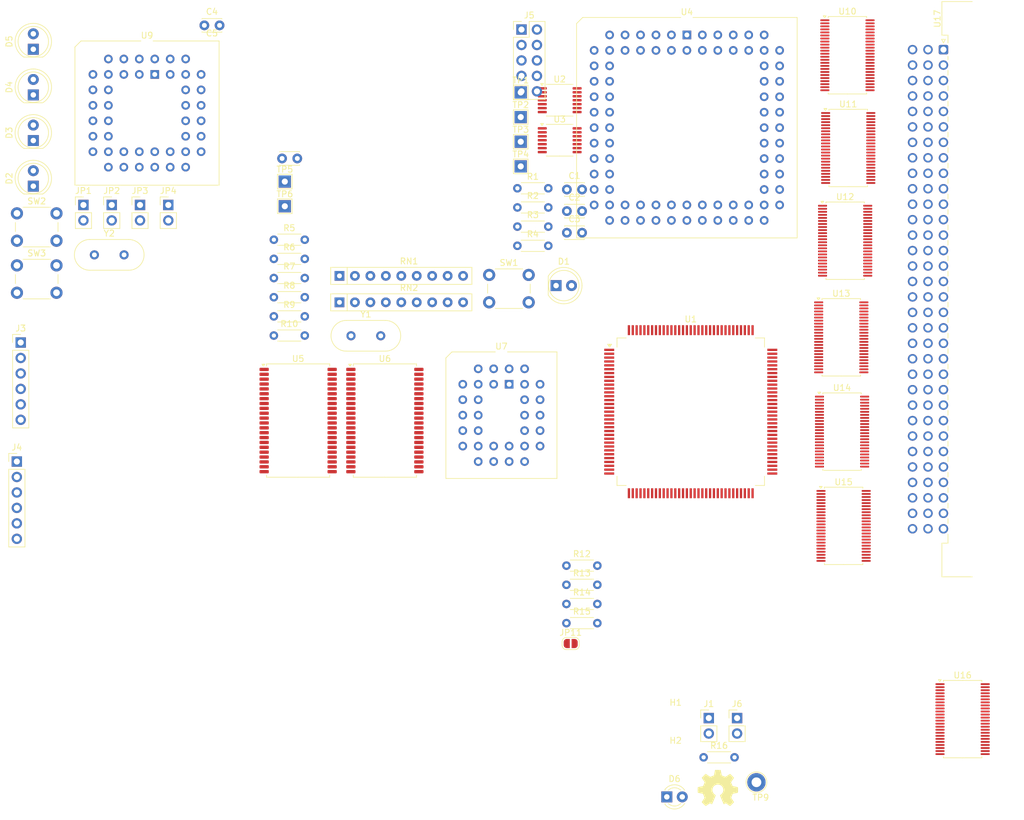
<source format=kicad_pcb>
(kicad_pcb (version 20240108) (generator "pcbnew") (generator_version "8.0")
  (layers (0 "F.Cu" signal) (31 "B.Cu" signal) (34 "B.Paste" user) (35 "F.Paste" user) (36 "B.SilkS" user "B.Silkscreen") (37 "F.SilkS" user "F.Silkscreen") (38 "B.Mask" user) (39 "F.Mask" user) (44 "Edge.Cuts" user))
  (net 0 "")
  (net 1 "Net-(C1-Pad1)")
  (net 2 "GND")
  (net 3 "Net-(C2-Pad1)")
  (net 4 "Net-(C3-Pad1)")
  (net 5 "Net-(U9-X1{slash}CLK)")
  (net 6 "Net-(U9-X2)")
  (net 7 "~{HALT}")
  (net 8 "Net-(D1-K)")
  (net 9 "Net-(D2-A)")
  (net 10 "Net-(D2-K)")
  (net 11 "Net-(D3-K)")
  (net 12 "Net-(D3-A)")
  (net 13 "Net-(D4-K)")
  (net 14 "Net-(D4-A)")
  (net 15 "Net-(D5-A)")
  (net 16 "Net-(D5-K)")
  (net 17 "Net-(D6-A)")
  (net 18 "+5V")
  (net 19 "Net-(J3-Pin_4)")
  (net 20 "Net-(J3-Pin_3)")
  (net 21 "Net-(J3-Pin_2)")
  (net 22 "Net-(J3-Pin_1)")
  (net 23 "Net-(J3-Pin_5)")
  (net 24 "Net-(J4-Pin_5)")
  (net 25 "Net-(J4-Pin_3)")
  (net 26 "Net-(J4-Pin_4)")
  (net 27 "Net-(J4-Pin_2)")
  (net 28 "Net-(J4-Pin_1)")
  (net 29 "TCK")
  (net 31 "TDO")
  (net 33 "Net-(J5-Pin_4)")
  (net 34 "TDI")
  (net 36 "TMS")
  (net 37 "~{SIRQ}")
  (net 38 "~{IPL1}")
  (net 39 "~{SIACK}")
  (net 40 "~{IACK}")
  (net 41 "Net-(U9-IP3)")
  (net 42 "Net-(U9-IP2)")
  (net 43 "STATUSLED")
  (net 44 "~{AVEC}")
  (net 45 "~{BR}")
  (net 46 "~{BGACK}")
  (net 47 "~{DSACK-EXT}")
  (net 48 "~{BERR}")
  (net 49 "~{MMUDIS}")
  (net 50 "~{RESET}")
  (net 51 "~{CDIS}")
  (net 52 "Net-(RN2-R7)")
  (net 53 "Net-(RN2-R6)")
  (net 54 "~{IPL2}")
  (net 55 "Net-(RN2-R8)")
  (net 56 "~{DSACK1}")
  (net 57 "~{IPL0}")
  (net 58 "~{DSACK0}")
  (net 59 "Net-(U1-IPEND)")
  (net 60 "Net-(U1-RMC)")
  (net 61 "Net-(U1-REFILL)")
  (net 62 "Net-(U1-STATUS)")
  (net 63 "LD30")
  (net 64 "LA13")
  (net 65 "LA3")
  (net 67 "LA27")
  (net 68 "LA30")
  (net 69 "LA15")
  (net 71 "LA25")
  (net 72 "LA24")
  (net 73 "FC1")
  (net 74 "LD7")
  (net 75 "LD29")
  (net 76 "LD4")
  (net 77 "LA31")
  (net 78 "CLK")
  (net 79 "~{AS}")
  (net 80 "LA19")
  (net 81 "LA4")
  (net 82 "SIZ1")
  (net 83 "LD26")
  (net 85 "LD5")
  (net 86 "LD20")
  (net 87 "LD12")
  (net 88 "LA16")
  (net 89 "LD15")
  (net 90 "LA8")
  (net 91 "LD28")
  (net 92 "LD21")
  (net 93 "LD1")
  (net 94 "FC2")
  (net 96 "LA11")
  (net 97 "LD31")
  (net 98 "LA6")
  (net 99 "LD13")
  (net 100 "LD19")
  (net 101 "LA7")
  (net 102 "LD24")
  (net 103 "LD14")
  (net 104 "LD23")
  (net 105 "LA22")
  (net 106 "LA9")
  (net 107 "LA5")
  (net 108 "LA20")
  (net 109 "SIZ0")
  (net 110 "LD0")
  (net 111 "LA1")
  (net 112 "LD3")
  (net 113 "LA14")
  (net 114 "DBEN")
  (net 115 "LD25")
  (net 116 "LA17")
  (net 117 "FC0")
  (net 118 "~{BG}")
  (net 119 "LA28")
  (net 120 "LD17")
  (net 122 "LA29")
  (net 123 "LA0")
  (net 124 "~{WR}")
  (net 125 "LA18")
  (net 126 "LD18")
  (net 127 "LD16")
  (net 128 "LA12")
  (net 130 "LD10")
  (net 131 "LA26")
  (net 132 "LD8")
  (net 133 "LD2")
  (net 134 "LD27")
  (net 135 "~{DS}")
  (net 136 "LD9")
  (net 137 "LA21")
  (net 139 "LD11")
  (net 140 "LA23")
  (net 141 "LA10")
  (net 142 "LD22")
  (net 143 "LA2")
  (net 144 "LD6")
  (net 145 "Net-(U2-Pad12)")
  (net 146 "~{RD}")
  (net 164 "Net-(U4-VCCIO-Pad13)")
  (net 165 "Net-(U4-GND-Pad19)")
  (net 184 "Net-(U4-VCCINT-Pad3)")
  (net 218 "A9")
  (net 219 "A19")
  (net 220 "A13")
  (net 221 "D21")
  (net 222 "D22")
  (net 223 "A8")
  (net 224 "D31")
  (net 225 "D29")
  (net 226 "A5")
  (net 227 "D24")
  (net 228 "D19")
  (net 229 "D16")
  (net 230 "A18")
  (net 231 "A16")
  (net 232 "D27")
  (net 233 "A17")
  (net 234 "D23")
  (net 235 "~{DS3}")
  (net 236 "~{RAMSEL}")
  (net 237 "D26")
  (net 238 "D17")
  (net 239 "A4")
  (net 240 "~{DS2}")
  (net 241 "D25")
  (net 242 "D28")
  (net 243 "A7")
  (net 244 "D18")
  (net 245 "A6")
  (net 246 "A3")
  (net 247 "A14")
  (net 248 "A11")
  (net 249 "A12")
  (net 250 "A2")
  (net 251 "A20")
  (net 252 "D30")
  (net 253 "A10")
  (net 254 "D20")
  (net 255 "A15")
  (net 256 "D0")
  (net 257 "~{DS1}")
  (net 258 "D7")
  (net 259 "D12")
  (net 260 "D8")
  (net 261 "D13")
  (net 262 "D11")
  (net 263 "D14")
  (net 264 "D3")
  (net 265 "D4")
  (net 266 "D10")
  (net 267 "D2")
  (net 268 "D15")
  (net 269 "D9")
  (net 270 "D5")
  (net 271 "D6")
  (net 272 "~{DS0}")
  (net 273 "D1")
  (net 274 "A1")
  (net 275 "A0")
  (net 276 "~{ROMSEL}")
  (net 277 "OP2")
  (net 278 "IP5")
  (net 279 "~{IOSEL}")
  (net 280 "OP3")
  (net 281 "IP4")
  (net 282 "VA7")
  (net 283 "~{AL_OE}")
  (net 284 "AL_DIR")
  (net 285 "VA3")
  (net 286 "VA12")
  (net 287 "VA15")
  (net 288 "VA9")
  (net 289 "VA8")
  (net 290 "VA11")
  (net 291 "VA5")
  (net 292 "VA14")
  (net 293 "VA10")
  (net 294 "VA0")
  (net 295 "VA1")
  (net 296 "VA13")
  (net 297 "VA6")
  (net 298 "VA4")
  (net 299 "VA2")
  (net 300 "VA23")
  (net 301 "~{AH_OE}")
  (net 302 "VA17")
  (net 303 "VA18")
  (net 315 "VA22")
  (net 316 "VA16")
  (net 317 "VA20")
  (net 318 "VA21")
  (net 323 "VA19")
  (net 325 "AH_DIR")
  (net 326 "VD10")
  (net 327 "~{DL_OE}")
  (net 328 "VD6")
  (net 329 "VD13")
  (net 330 "VD1")
  (net 331 "VD5")
  (net 332 "VD9")
  (net 333 "VD3")
  (net 334 "VD15")
  (net 335 "VD0")
  (net 336 "VD2")
  (net 337 "VD11")
  (net 338 "VD14")
  (net 339 "VD12")
  (net 340 "VD7")
  (net 341 "VD4")
  (net 342 "DL_DIR")
  (net 343 "VD8")
  (net 344 "VD17")
  (net 345 "VD30")
  (net 346 "DH_DIR")
  (net 347 "~{DH_OE}")
  (net 348 "VD22")
  (net 349 "VD16")
  (net 350 "VD28")
  (net 351 "VD29")
  (net 352 "VD24")
  (net 353 "VD26")
  (net 354 "VD21")
  (net 355 "VD27")
  (net 356 "VD31")
  (net 357 "VD25")
  (net 358 "VD23")
  (net 359 "VD20")
  (net 360 "VD19")
  (net 361 "VD18")
  (net 362 "D16X_DIR")
  (net 363 "~{D16X_OE}")
  (net 364 "~{A40X_OE}")
  (net 365 "A40X_DIR")
  (net 366 "~{MD32X_OE}")
  (net 367 "MD32X_DIR")
  (net 368 "~{VBERR}")
  (net 375 "VAM4")
  (net 379 "~{VDS1}")
  (net 381 "~{VAS}")
  (net 389 "VSYSCLK")
  (net 390 "~{VBCLR}")
  (net 392 "+12V")
  (net 393 "VAM0")
  (net 394 "~{VBBSY}")
  (net 397 "~{VACFAIL}")
  (net 398 "~{VDTACK}")
  (net 399 "VAM1")
  (net 402 "~{VLWORD}")
  (net 403 "~{VDS0}")
  (net 404 "~{VSYSRESET}")
  (net 406 "VAM3")
  (net 408 "~{VSYSFAIL}")
  (net 409 "VAM2")
  (net 410 "VAM5")
  (net 411 "~{VWRITE}")
  (footprint "Package_SO:TSSOP-48_6.1x12.5mm_P0.5mm" (layer "F.Cu") (at 195.0425 152.943)
    (property "Reference" "U16")
    (property "Value" "74ABT16245DL")
  )
  (footprint "TestPoint:TestPoint_THTPad_2.0x2.0mm_Drill1.0mm" (layer "F.Cu") (at 83.6595 64.612)
    (property "Reference" "TP5")
    (property "Value" "IP3")
  )
  (footprint "Connector_PinHeader_2.54mm:PinHeader_1x06_P2.54mm_Vertical" (layer "F.Cu") (at 39.624 110.617)
    (property "Reference" "J4")
    (property "Value" "Serial2")
  )
  (footprint "Connector_PinHeader_2.54mm:PinHeader_1x02_P2.54mm_Vertical" (layer "F.Cu") (at 153.333 152.772)
    (property "Reference" "J1")
    (property "Value" "5V")
  )
  (footprint "Capacitor_THT:C_Disc_D3.0mm_W2.0mm_P2.50mm" (layer "F.Cu") (at 130.0095 73.012)
    (property "Reference" "C3")
    (property "Value" "18pF")
  )
  (footprint "Resistor_THT:R_Axial_DIN0204_L3.6mm_D1.6mm_P5.08mm_Horizontal" (layer "F.Cu") (at 81.8595 74.162)
    (property "Reference" "R5")
    (property "Value" "10k")
  )
  (footprint "Connector_DIN:DIN41612_C_3x32_Male_Horizontal_THT" (layer "F.Cu") (at 191.897 42.926 -90)
    (property "Reference" "U17")
    (property "Value" "VME64-P1-5R-NS")
  )
  (footprint "Resistor_THT:R_Axial_DIN0204_L3.6mm_D1.6mm_P5.08mm_Horizontal" (layer "F.Cu") (at 121.8795 75.162)
    (property "Reference" "R4")
    (property "Value" "15k")
  )
  (footprint "TestPoint:TestPoint_THTPad_2.0x2.0mm_Drill1.0mm" (layer "F.Cu") (at 122.4295 58.062)
    (property "Reference" "TP3")
    (property "Value" "REFILL")
  )
  (footprint "Package_SO:TSSOP-48_6.1x12.5mm_P0.5mm" (layer "F.Cu") (at 175.7385 74.33)
    (property "Reference" "U12")
    (property "Value" "74ABT16245DL")
  )
  (footprint "Package_SO:TSSOP-48_6.1x12.5mm_P0.5mm" (layer "F.Cu") (at 176.2465 59.09)
    (property "Reference" "U11")
    (property "Value" "74ABT16245DL")
  )
  (footprint "Package_SO:TSSOP-48_6.1x12.5mm_P0.5mm" (layer "F.Cu") (at 175.4845 121.193)
    (property "Reference" "U15")
    (property "Value" "74ABT16245DL")
  )
  (footprint "Connector_PinHeader_2.54mm:PinHeader_1x06_P2.54mm_Vertical" (layer "F.Cu") (at 40.259 91.059)
    (property "Reference" "J3")
    (property "Value" "Serial1")
  )
  (footprint "Button_Switch_THT:SW_PUSH_6mm" (layer "F.Cu") (at 117.2395 79.952)
    (property "Reference" "SW1")
    (property "Value" "~{RESET}")
  )
  (footprint "Button_Switch_THT:SW_PUSH_6mm" (layer "F.Cu") (at 39.6405 69.831)
    (property "Reference" "SW2")
    (property "Value" "IP2")
  )
  (footprint "Connector_PinHeader_2.54mm:PinHeader_1x02_P2.54mm_Vertical" (layer "F.Cu") (at 59.866 68.453)
    (property "Reference" "JP3")
    (property "Value" "POWER")
  )
  (footprint "MountingHole:MountingHole_2.7mm_M2.5_DIN965" (layer "F.Cu") (at 147.883 159.822)
    (property "Reference" "H2")
    (property "Value" "MountingHole")
  )
  (footprint "Package_SO:TSSOP-48_6.1x12.5mm_P0.5mm" (layer "F.Cu") (at 175.2305 105.699)
    (property "Reference" "U14")
    (property "Value" "74ABT16245DL")
  )
  (footprint "LED_THT:LED_D5.0mm" (layer "F.Cu") (at 42.3305 50.367 90)
    (property "Reference" "D4")
    (property "Value" "OP4")
  )
  (footprint "Resistor_THT:R_Axial_DIN0204_L3.6mm_D1.6mm_P5.08mm_Horizontal" (layer "F.Cu") (at 129.9395 134.022)
    (property "Reference" "R14")
    (property "Value" "4.7k")
  )
  (footprint "Package_QFP:PQFP-132_24x24mm_P0.635mm" (layer "F.Cu") (at 150.368 102.427)
    (property "Reference" "U1")
    (property "Value" "MC68030FE")
  )
  (footprint "Crystal:Crystal_HC49-4H_Vertical" (layer "F.Cu") (at 94.5395 89.952)
    (property "Reference" "Y1")
    (property "Value" "Crystal")
  )
  (footprint "Resistor_THT:R_Array_SIP9" (layer "F.Cu") (at 92.6395 84.452)
    (property "Reference" "RN2")
    (property "Value" "10k")
  )
  (footprint "Connector_PinHeader_2.54mm:PinHeader_2x05_P2.54mm_Vertical" (layer "F.Cu") (at 122.555 39.624)
    (property "Reference" "J5")
    (property "Value" "JTAG")
  )
  (footprint "Package_SO:TSSOP-14_4.4x5mm_P0.65mm" (layer "F.Cu") (at 128.8295 51.237)
    (property "Reference" "U2")
    (property "Value" "74HC14")
  )
  (footprint "Resistor_THT:R_Axial_DIN0204_L3.6mm_D1.6mm_P5.08mm_Horizontal" (layer "F.Cu") (at 81.8595 83.612)
    (property "Reference" "R8")
    (property "Value" "10k")
  )
  (footprint "Resistor_THT:R_Axial_DIN0204_L3.6mm_D1.6mm_P5.08mm_Horizontal" (layer "F.Cu") (at 121.8795 65.712)
    (property "Reference" "R1")
    (property "Value" "1k")
  )
  (footprint "LED_THT:LED_D3.0mm" (layer "F.Cu") (at 146.433 165.722)
    (property "Reference" "D6")
    (property "Value" "STATUS")
  )
  (footprint "Package_LCC:PLCC-32_THT-Socket" (layer "F.Cu") (at 120.523 97.917)
    (property "Reference" "U7")
    (property "Value" "AM29F040")
  )
  (footprint "Resistor_THT:R_Axial_DIN0204_L3.6mm_D1.6mm_P5.08mm_Horizontal" (layer "F.Cu") (at 129.9395 130.872)
    (property "Reference" "R13")
    (property "Value" "4.7k")
  )
  (footprint "Resistor_THT:R_Array_SIP9" (layer "F.Cu") (at 92.6395 80.102)
    (property "Reference" "RN1")
    (property "Value" "10k")
  )
  (footprint "Capacitor_THT:C_Disc_D3.0mm_W2.0mm_P2.50mm" (layer "F.Cu") (at 130.0095 65.912)
    (property "Reference" "C1")
    (property "Value" "0.47uF")
  )
  (footprint "Package_SO:TSOP-II-44_10.16x18.41mm_P0.8mm" (layer "F.Cu") (at 85.8515 103.879)
    (property "Reference" "U5")
    (property "Value" "AS6C8016")
  )
  (footprint "Package_SO:TSSOP-14_4.4x5mm_P0.65mm" (layer "F.Cu") (at 128.8295 57.812)
    (property "Reference" "U3")
    (property "Value" "74HC05")
  )
  (footprint "Connector_PinHeader_2.54mm:PinHeader_1x02_P2.54mm_Vertical" (layer "F.Cu") (at 64.516 68.453)
    (property "Reference" "JP4")
    (property "Value" "POWER")
  )
  (footprint "MountingHole:MountingHole_2.7mm_M2.5_DIN965" (layer "F.Cu") (at 147.883 153.572)
    (property "Reference" "H1")
    (property "Value" "MountingHole")
  )
  (footprint "LED_THT:LED_D5.0mm" (layer "F.Cu") (at 42.3305 57.867 90)
    (property "Reference" "D3")
    (property "Value" "OP7")
  )
  (footprint "Connector_PinHeader_2.54mm:PinHeader_1x02_P2.54mm_Vertical" (layer "F.Cu") (at 55.216 68.453)
    (property "Reference" "JP2")
    (property "Value" "~{IACK}")
  )
  (footprint "LED_THT:LED_D5.0mm" (layer "F.Cu") (at 42.3305 65.367 90)
    (property "Reference" "D2")
    (property "Value" "OP5")
  )
  (footprint "Resistor_THT:R_Axial_DIN0204_L3.6mm_D1.6mm_P5.08mm_Horizontal" (layer "F.Cu") (at 81.8595 80.462)
    (property "Reference" "R7")
    (property "Value" "1k")
  )
  (footprint "Resistor_THT:R_Axial_DIN0204_L3.6mm_D1.6mm_P5.08mm_Horizontal" (layer "F.Cu") (at 129.9395 127.722)
    (property "Reference" "R12")
    (property "Value" "4.7k")
  )
  (footprint "LED_THT:LED_D5.0mm" (layer "F.Cu") (at 128.2395 81.702)
    (property "Reference" "D1")
    (property "Value" "RUN")
  )
  (footprint "Capacitor_THT:C_Disc_D3.0mm_W2.0mm_P2.50mm" (layer "F.Cu") (at 70.4375 38.939)
    (property "Reference" "C4")
    (property "Value" "15pF")
  )
  (footprint "Package_LCC:PLCC-44_THT-Socket" (layer "F.Cu") (at 62.286 47.003)
    (property "Reference" "U9")
    (property "Value" "MC68681")
  )
  (footprint "Resistor_THT:R_Axial_DIN0204_L3.6mm_D1.6mm_P5.08mm_Horizontal" (layer "F.Cu") (at 129.9395 137.172)
    (property "Reference" "R15")
    (property "Value" "10k")
  )
  (footprint "Capacitor_THT:C_Disc_D3.0mm_W2.0mm_P2.50mm" (layer "F.Cu") (at 83.2095 60.812)
    (property "Reference" "C5")
    (property "Value" "5pF")
  )
  (footprint "Resistor_THT:R_Axial_DIN0204_L3.6mm_D1.6mm_P5.08mm_Horizontal" (layer "F.Cu") (at 152.483 159.222)
    (property "Reference" "R16")
    (property "Value" "220")
  )
  (footprint "Resistor_THT:R_Axial_DIN0204_L3.6mm_D1.6mm_P5.08mm_Horizontal" (layer "F.Cu") (at 81.8595 86.762)
    (property "Reference" "R9")
    (property "Value" "1k")
  )
  (footprint "TestPoint:TestPoint_THTPad_2.0x2.0mm_Drill1.0mm" (layer "F.Cu") (at 122.4295 49.962)
    (property "Reference" "TP1")
    (property "Value" "IPEND")
  )
  (footprint "Package_SO:TSSOP-48_6.1x12.5mm_P0.5mm" (layer "F.Cu") (at 175.1035 90.205)
    (property "Reference" "U13")
    (property "Value" "74ABT16245DL")
  )
  (footprint "Package_LCC:PLCC-84_THT-Socket" (layer "F.Cu") (at 149.733 40.513)
    (property "Reference" "U4")
    (property "Value" "ATF1504AS-10JU84")
  )
  (footprint "Connector_PinHeader_2.54mm:PinHeader_1x02_P2.54mm_Vertical" (layer "F.Cu") (at 50.566 68.453)
    (property "Reference" "JP1")
    (property "Value" "IRQ")
  )
  (footprint "TestPoint:TestPoint_THTPad_2.0x2.0mm_Drill1.0mm" (layer "F.Cu") (at 83.6595 68.662)
    (property "Reference" "TP6")
    (property "Value" "IP2")
  )
  (footprint "Button_Switch_THT:SW_PUSH_6mm" (layer "F.Cu") (at 39.6405 78.381)
    (property "Reference" "SW3")
    (property "Value" "IP3")
  )
  (footprint "Jumper:SolderJumper-2_P1.3mm_Open_RoundedPad1.0x1.5mm" (layer "F.Cu") (at 130.6395 140.522)
    (property "Reference" "JP11")
    (property "Value" "Vcc")
  )
  (footprint "Symbol:OSHW-Symbol_6.7x6mm_SilkScreen" (layer "F.Cu") (at 154.815036 164.277693)
    (property "Reference" "S1" (hide yes))
    (property "Value" "Logo_Open_Hardware_Small" (hide yes))
  )
  (footprint "Connector_PinHeader_2.54mm:PinHeader_1x02_P2.54mm_Vertical" (layer "F.Cu") (at 157.983 152.772)
    (property "Reference" "J6")
    (property "Value" "5V")
  )
  (footprint "TestPoint:TestPoint_THTPad_2.0x2.0mm_Drill1.0mm" (layer "F.Cu") (at 122.4295 54.012)
    (property "Reference" "TP2")
    (property "Value" "RMC")
  )
  (footprint "Crystal:Crystal_HC49-4H_Vertical" (layer "F.Cu") (at 52.366 76.653)
    (property "Reference" "Y2")
    (property "Value" "Crystal")
  )
  (footprint "Resistor_THT:R_Axial_DIN0204_L3.6mm_D1.6mm_P5.08mm_Horizontal" (layer "F.Cu") (at 121.8795 72.012)
    (property "Reference" "R3")
    (property "Value" "10k")
  )
  (footprint "Capacitor_THT:C_Disc_D3.0mm_W2.0mm_P2.50mm" (layer "F.Cu") (at 130.0095 69.462)
    (property "Reference" "C2")
    (property "Value" "18pF")
  )
  (footprint "LED_THT:LED_D5.0mm" (layer "F.Cu") (at 42.3305 42.867 90)
    (property "Reference" "D5")
    (property "Value" "OP6")
  )
  (footprint "TestPoint:TestPoint_Loop_D2.60mm_Drill1.6mm_Beaded" (layer "F.Cu") (at 161.163 163.322)
    (property "Reference" "TP9")
    (property "Value" "Ground Loop")
  )
  (footprint "Resistor_THT:R_Axial_DIN0204_L3.6mm_D1.6mm_P5.08mm_Horizontal" (layer "F.Cu") (at 121.8795 68.862)
    (property "Reference" "R2")
    (property "Value" "1k")
  )
  (footprint "Package_SO:TSOP-II-44_10.16x18.41mm_P0.8mm" (layer "F.Cu") (at 100.1015 103.879)
    (property "Reference" "U6")
    (property "Value" "AS6C8016")
  )
  (footprint "Package_SO:TSSOP-48_6.1x12.5mm_P0.5mm" (layer "F.Cu") (at 176.1195 43.85)
    (property "Reference" "U10")
    (property "Value" "74ABT16245DL")
  )
  (footprint "Resistor_THT:R_Axial_DIN0204_L3.6mm_D1.6mm_P5.08mm_Horizontal" (layer "F.Cu") (at 81.8595 89.912)
    (property "Reference" "R10")
    (property "Value" "1k")
  )
  (footprint "Resistor_THT:R_Axial_DIN0204_L3.6mm_D1.6mm_P5.08mm_Horizontal" (layer "F.Cu") (at 81.8595 77.312)
    (property "Reference" "R6")
    (property "Value" "1k")
  )
  (footprint "TestPoint:TestPoint_THTPad_2.0x2.0mm_Drill1.0mm" (layer "F.Cu") (at 122.4295 62.112)
    (property "Reference" "TP4")
    (property "Value" "STATUS")
  )
)
</source>
